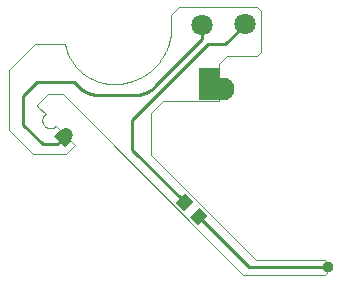
<source format=gtl>
G75*
%MOIN*%
%OFA0B0*%
%FSLAX25Y25*%
%IPPOS*%
%LPD*%
%AMOC8*
5,1,8,0,0,1.08239X$1,22.5*
%
%ADD10R,0.02910X0.05251*%
%ADD11C,0.00394*%
%ADD12R,0.06800X0.10971*%
%ADD13C,0.07087*%
%ADD14R,0.03937X0.04331*%
%ADD15C,0.04750*%
%ADD16C,0.03765*%
%ADD17C,0.07677*%
%ADD18C,0.01000*%
D10*
G36*
X0022061Y0047174D02*
X0020004Y0045117D01*
X0016293Y0048828D01*
X0018350Y0050885D01*
X0022061Y0047174D01*
G37*
D11*
X0048730Y0042373D02*
X0048730Y0056535D01*
X0052719Y0060524D01*
X0071330Y0060524D01*
X0071330Y0072894D01*
X0073849Y0075413D01*
X0084033Y0075413D01*
X0085434Y0076814D01*
X0085434Y0090366D01*
X0083924Y0091875D01*
X0058038Y0091875D01*
X0055413Y0089250D01*
X0055413Y0085245D01*
X0055412Y0085245D02*
X0055406Y0084782D01*
X0055390Y0084320D01*
X0055362Y0083858D01*
X0055323Y0083397D01*
X0055272Y0082937D01*
X0055211Y0082478D01*
X0055139Y0082021D01*
X0055055Y0081566D01*
X0054961Y0081113D01*
X0054856Y0080662D01*
X0054739Y0080214D01*
X0054612Y0079769D01*
X0054475Y0079328D01*
X0054326Y0078889D01*
X0054168Y0078455D01*
X0053998Y0078024D01*
X0053819Y0077598D01*
X0053629Y0077176D01*
X0053429Y0076758D01*
X0053219Y0076346D01*
X0052999Y0075939D01*
X0052769Y0075537D01*
X0052529Y0075141D01*
X0052281Y0074751D01*
X0052022Y0074367D01*
X0051755Y0073990D01*
X0051478Y0073618D01*
X0051193Y0073254D01*
X0050899Y0072897D01*
X0050596Y0072547D01*
X0050285Y0072204D01*
X0049966Y0071869D01*
X0049639Y0071542D01*
X0049304Y0071223D01*
X0048961Y0070912D01*
X0048611Y0070609D01*
X0048254Y0070315D01*
X0047890Y0070030D01*
X0047518Y0069753D01*
X0047141Y0069486D01*
X0046757Y0069227D01*
X0046367Y0068979D01*
X0045971Y0068739D01*
X0045569Y0068509D01*
X0045162Y0068289D01*
X0044750Y0068079D01*
X0044332Y0067879D01*
X0043910Y0067689D01*
X0043484Y0067510D01*
X0043053Y0067340D01*
X0042619Y0067182D01*
X0042180Y0067033D01*
X0041739Y0066896D01*
X0041294Y0066769D01*
X0040846Y0066652D01*
X0040395Y0066547D01*
X0039942Y0066453D01*
X0039487Y0066369D01*
X0039030Y0066297D01*
X0038571Y0066236D01*
X0038111Y0066185D01*
X0037650Y0066146D01*
X0037188Y0066118D01*
X0036726Y0066102D01*
X0036263Y0066096D01*
X0019274Y0062773D02*
X0079357Y0002592D01*
X0106754Y0002592D01*
X0107296Y0003134D01*
X0107296Y0006955D01*
X0106627Y0007624D01*
X0083458Y0007624D01*
X0048730Y0042373D01*
X0023396Y0045941D02*
X0017015Y0052281D01*
X0017014Y0052281D02*
X0016947Y0052207D01*
X0016877Y0052135D01*
X0016805Y0052066D01*
X0016730Y0052000D01*
X0016652Y0051937D01*
X0016572Y0051877D01*
X0016489Y0051820D01*
X0016405Y0051766D01*
X0016319Y0051716D01*
X0016230Y0051668D01*
X0016140Y0051625D01*
X0016049Y0051584D01*
X0015956Y0051548D01*
X0015861Y0051514D01*
X0015766Y0051485D01*
X0015669Y0051459D01*
X0015571Y0051437D01*
X0015473Y0051419D01*
X0015374Y0051404D01*
X0015274Y0051393D01*
X0015174Y0051386D01*
X0015074Y0051383D01*
X0014974Y0051384D01*
X0014874Y0051388D01*
X0014774Y0051397D01*
X0014675Y0051409D01*
X0014576Y0051425D01*
X0014478Y0051445D01*
X0014381Y0051468D01*
X0014284Y0051496D01*
X0014189Y0051526D01*
X0014095Y0051561D01*
X0014003Y0051599D01*
X0013912Y0051641D01*
X0013822Y0051686D01*
X0013735Y0051734D01*
X0013649Y0051786D01*
X0013565Y0051841D01*
X0013484Y0051899D01*
X0013405Y0051960D01*
X0013328Y0052025D01*
X0012921Y0052445D01*
X0012814Y0052597D01*
X0012760Y0052680D01*
X0012708Y0052766D01*
X0012661Y0052853D01*
X0012616Y0052943D01*
X0012576Y0053034D01*
X0012539Y0053126D01*
X0012505Y0053220D01*
X0012475Y0053315D01*
X0012449Y0053411D01*
X0012427Y0053508D01*
X0012409Y0053606D01*
X0012394Y0053705D01*
X0012384Y0053804D01*
X0012377Y0053903D01*
X0012374Y0054003D01*
X0012375Y0054102D01*
X0012380Y0054202D01*
X0012389Y0054301D01*
X0012402Y0054400D01*
X0012418Y0054498D01*
X0012439Y0054595D01*
X0012463Y0054692D01*
X0012491Y0054788D01*
X0012523Y0054882D01*
X0012559Y0054975D01*
X0012598Y0055067D01*
X0012640Y0055157D01*
X0012687Y0055245D01*
X0012736Y0055331D01*
X0012789Y0055416D01*
X0012845Y0055498D01*
X0012905Y0055578D01*
X0012967Y0055656D01*
X0013033Y0055731D01*
X0013101Y0055803D01*
X0013173Y0055873D01*
X0013246Y0055940D01*
X0013323Y0056003D01*
X0013402Y0056064D01*
X0013483Y0056122D01*
X0011094Y0058554D01*
X0010519Y0059126D01*
X0014164Y0062772D01*
X0016167Y0062773D01*
X0019274Y0062773D01*
X0009859Y0079419D02*
X0001197Y0070757D01*
X0001197Y0050878D01*
X0009133Y0042942D01*
X0020397Y0042942D01*
X0021855Y0044401D01*
X0023396Y0045941D01*
X0019979Y0079419D02*
X0009859Y0079419D01*
X0019979Y0079420D02*
X0020064Y0079022D01*
X0020159Y0078626D01*
X0020264Y0078233D01*
X0020379Y0077843D01*
X0020503Y0077455D01*
X0020636Y0077071D01*
X0020779Y0076690D01*
X0020931Y0076313D01*
X0021092Y0075939D01*
X0021262Y0075570D01*
X0021442Y0075204D01*
X0021630Y0074844D01*
X0021827Y0074488D01*
X0022033Y0074137D01*
X0022247Y0073791D01*
X0022469Y0073450D01*
X0022700Y0073115D01*
X0022939Y0072786D01*
X0023186Y0072463D01*
X0023441Y0072145D01*
X0023704Y0071835D01*
X0023974Y0071530D01*
X0024251Y0071233D01*
X0024536Y0070942D01*
X0024827Y0070658D01*
X0025126Y0070382D01*
X0025431Y0070113D01*
X0025743Y0069851D01*
X0026061Y0069598D01*
X0026385Y0069352D01*
X0026715Y0069114D01*
X0027051Y0068884D01*
X0027392Y0068663D01*
X0027739Y0068450D01*
X0028091Y0068245D01*
X0028447Y0068049D01*
X0028809Y0067862D01*
X0029174Y0067684D01*
X0029544Y0067515D01*
X0029918Y0067355D01*
X0030296Y0067204D01*
X0030678Y0067063D01*
X0031063Y0066931D01*
X0031451Y0066808D01*
X0031841Y0066695D01*
X0032235Y0066592D01*
X0032631Y0066498D01*
X0033029Y0066414D01*
X0033429Y0066340D01*
X0033831Y0066275D01*
X0034234Y0066220D01*
X0034638Y0066176D01*
X0035044Y0066141D01*
X0035450Y0066116D01*
X0035856Y0066101D01*
X0036263Y0066096D01*
D12*
X0067803Y0066150D03*
D13*
X0065731Y0085860D03*
X0079835Y0085997D03*
D14*
G36*
X0059993Y0029690D02*
X0062771Y0026902D01*
X0059705Y0023846D01*
X0056927Y0026634D01*
X0059993Y0029690D01*
G37*
G36*
X0064717Y0024949D02*
X0067495Y0022161D01*
X0064429Y0019105D01*
X0061651Y0021893D01*
X0064717Y0024949D01*
G37*
D15*
X0020356Y0049204D03*
D16*
X0107776Y0005050D03*
D17*
X0072549Y0064585D03*
D18*
X0073261Y0079366D02*
X0067690Y0079366D01*
X0042362Y0054038D01*
X0042362Y0044299D01*
X0059647Y0027014D01*
X0064371Y0022037D02*
X0081218Y0005108D01*
X0107037Y0005108D01*
X0043001Y0062448D02*
X0031356Y0062448D01*
X0024285Y0065377D02*
X0022915Y0066680D01*
X0022915Y0066681D02*
X0010568Y0066681D01*
X0005943Y0062056D01*
X0005943Y0052585D01*
X0012543Y0046005D01*
X0017289Y0045984D01*
X0019146Y0047843D01*
X0024285Y0065377D02*
X0024455Y0065211D01*
X0024629Y0065048D01*
X0024807Y0064891D01*
X0024989Y0064737D01*
X0025174Y0064587D01*
X0025363Y0064443D01*
X0025555Y0064302D01*
X0025751Y0064167D01*
X0025950Y0064035D01*
X0026151Y0063909D01*
X0026356Y0063788D01*
X0026564Y0063671D01*
X0026774Y0063560D01*
X0026987Y0063453D01*
X0027202Y0063352D01*
X0027419Y0063255D01*
X0027639Y0063164D01*
X0027861Y0063079D01*
X0028085Y0062998D01*
X0028311Y0062923D01*
X0028539Y0062853D01*
X0028768Y0062789D01*
X0028998Y0062730D01*
X0029230Y0062677D01*
X0029463Y0062629D01*
X0029698Y0062586D01*
X0029933Y0062550D01*
X0030169Y0062519D01*
X0030405Y0062493D01*
X0030643Y0062473D01*
X0030880Y0062459D01*
X0031118Y0062451D01*
X0031356Y0062448D01*
X0043001Y0062448D02*
X0043239Y0062451D01*
X0043477Y0062459D01*
X0043714Y0062473D01*
X0043952Y0062493D01*
X0044188Y0062519D01*
X0044424Y0062550D01*
X0044659Y0062586D01*
X0044894Y0062629D01*
X0045127Y0062677D01*
X0045359Y0062730D01*
X0045589Y0062789D01*
X0045818Y0062853D01*
X0046046Y0062923D01*
X0046272Y0062998D01*
X0046496Y0063079D01*
X0046718Y0063164D01*
X0046938Y0063255D01*
X0047155Y0063352D01*
X0047370Y0063453D01*
X0047583Y0063560D01*
X0047793Y0063671D01*
X0048001Y0063788D01*
X0048206Y0063909D01*
X0048407Y0064035D01*
X0048606Y0064167D01*
X0048802Y0064302D01*
X0048994Y0064443D01*
X0049183Y0064587D01*
X0049368Y0064737D01*
X0049550Y0064891D01*
X0049728Y0065048D01*
X0049902Y0065211D01*
X0050072Y0065377D01*
X0065713Y0081019D01*
X0065713Y0085633D01*
X0073261Y0079366D02*
X0079787Y0085891D01*
M02*

</source>
